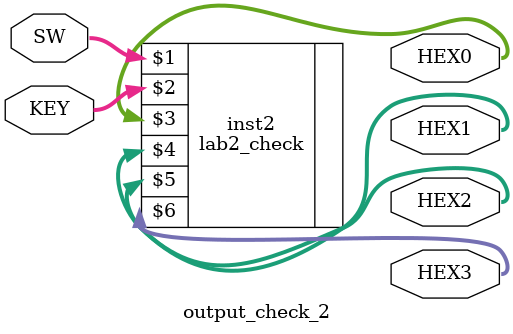
<source format=v>
module output_check_2(
	input [9:0]SW,

	input [3:0]KEY,
	output [6:0]HEX0,
	output [6:0]HEX1,
	output [6:0]HEX2,
	output [6:0]HEX3
);

lab2_check inst2(SW[9:0], KEY[3:0], HEX0[6:0], HEX1[6:0], HEX2[6:0], HEX3[6:0]);


endmodule
</source>
